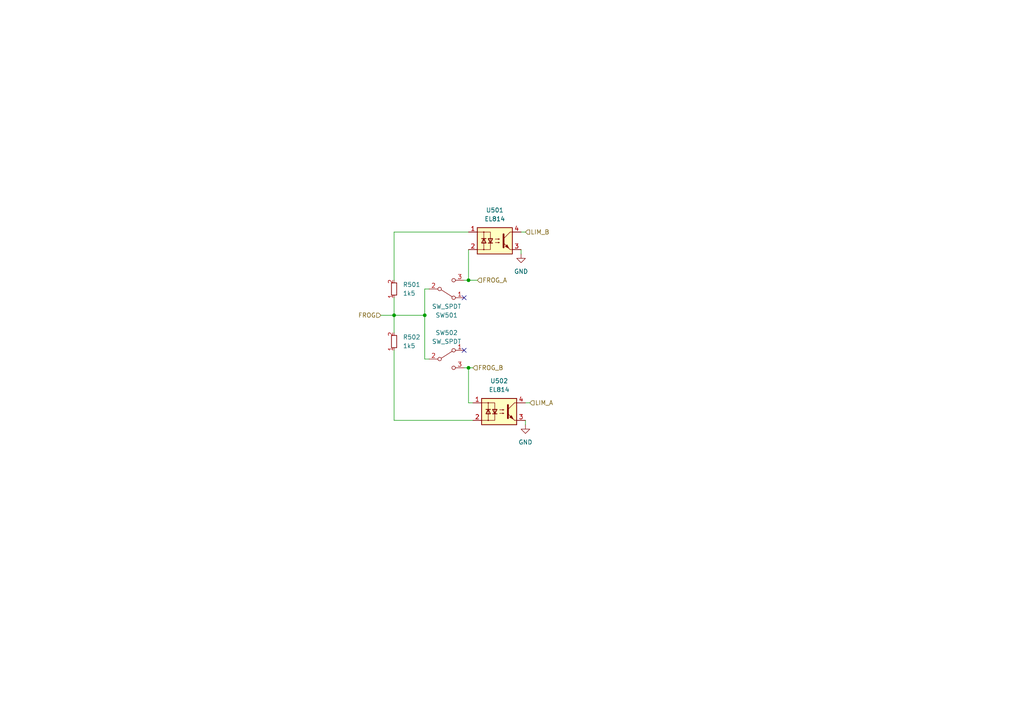
<source format=kicad_sch>
(kicad_sch (version 20230121) (generator eeschema)
  (paper "A4")
  (lib_symbols
    (symbol "Switch:SW_SPDT" (pin_names (offset 0) hide)
      (property "Reference" "SW" (at 0 4.318 0))
      (property "Value" "SW_SPDT" (at 0 -5.08 0))
      (symbol "SW_SPDT_0_0"
        (circle (center -2.032 0) (radius 0.508))
        (circle (center 2.032 -2.54) (radius 0.508))
      )
      (symbol "SW_SPDT_0_1"
        (polyline (pts (xy -1.524 0.254) (xy 1.651 2.286)))
        (circle (center 2.032 2.54) (radius 0.508))
      )
      (symbol "SW_SPDT_1_1"
        (pin passive line (at 5.08 2.54 180) (length 2.54) (name "A") (number "1"))
        (pin passive line (at -5.08 0 0) (length 2.54) (name "B") (number "2"))
        (pin passive line (at 5.08 -2.54 180) (length 2.54) (name "C") (number "3"))
      )
    )
    (symbol "custom_kicad_lib_sk:EL814S" (pin_names (offset 1.016))
      (property "Reference" "U" (at -5.334 4.826 0))
      (property "Value" "EL814" (at 0 5.08 0))
      (symbol "EL814S_0_1"
        (rectangle (start -5.08 3.81) (end 5.08 -3.81) (stroke (width 0.254)) (fill (type background)))
        (circle (center -3.175 -2.54) (radius 0.127))
        (circle (center -3.175 2.54) (radius 0.127))
        (polyline (pts (xy -3.81 0.635) (xy -2.54 0.635)) (stroke (width 0.254)))
        (polyline (pts (xy -3.175 -0.635) (xy -3.175 -2.54)))
        (polyline (pts (xy -3.175 0.635) (xy -3.175 -0.635)))
        (polyline (pts (xy -3.175 0.635) (xy -3.175 2.54)))
        (polyline (pts (xy -1.905 -0.635) (xy -0.635 -0.635)) (stroke (width 0.254)))
        (polyline (pts (xy -1.27 0.635) (xy -1.27 -0.635)))
        (polyline (pts (xy 2.54 0.635) (xy 4.445 2.54)))
        (polyline (pts (xy 4.445 -2.54) (xy 2.54 -0.635)) (fill (type outline)))
        (polyline (pts (xy 4.445 -2.54) (xy 5.08 -2.54)))
        (polyline (pts (xy 4.445 2.54) (xy 5.08 2.54)))
        (polyline (pts (xy -5.08 2.54) (xy -1.27 2.54) (xy -1.27 0.635)))
        (polyline (pts (xy -1.27 -0.635) (xy -1.27 -2.54) (xy -5.08 -2.54)))
        (polyline (pts (xy 2.54 1.905) (xy 2.54 -1.905) (xy 2.54 -1.905)) (stroke (width 0.508)))
        (polyline (pts (xy -3.175 0.635) (xy -3.81 -0.635) (xy -2.54 -0.635) (xy -3.175 0.635)) (stroke (width 0.254)))
        (polyline (pts (xy -1.27 -0.635) (xy -1.905 0.635) (xy -0.635 0.635) (xy -1.27 -0.635)) (stroke (width 0.254)))
        (polyline (pts (xy 0.127 -0.508) (xy 1.397 -0.508) (xy 1.016 -0.635) (xy 1.016 -0.381) (xy 1.397 -0.508)))
        (polyline (pts (xy 0.127 0.508) (xy 1.397 0.508) (xy 1.016 0.381) (xy 1.016 0.635) (xy 1.397 0.508)))
        (polyline (pts (xy 3.048 -1.651) (xy 3.556 -1.143) (xy 4.064 -2.159) (xy 3.048 -1.651) (xy 3.048 -1.651)) (fill (type outline)))
      )
      (symbol "EL814S_1_1"
        (pin passive line (at -7.62 2.54 0) (length 2.54) (name "~") (number "1"))
        (pin passive line (at -7.62 -2.54 0) (length 2.54) (name "~") (number "2"))
        (pin passive line (at 7.62 -2.54 180) (length 2.54) (name "~") (number "3"))
        (pin passive line (at 7.62 2.54 180) (length 2.54) (name "~") (number "4"))
      )
    )
    (symbol "power:GND" (power) (pin_names (offset 0))
      (property "Value" "GND" (at 0 -3.81 0))
      (symbol "GND_0_1"
        (polyline (pts (xy 0 0) (xy 0 -1.27) (xy 1.27 -1.27) (xy 0 -2.54) (xy -1.27 -1.27) (xy 0 -1.27)))
      )
      (symbol "GND_1_1"
        (pin power_in line (at 0 0 270) (length 0) hide (name "GND") (number "1"))
      )
    )
    (symbol "resistors_0603:R_1k5_0603"
      (property "Reference" "R" (at 1.27 2.54 0))
      (property "Value" "1k5" (at 2.54 -2.54 0))
      (symbol "R_1k5_0603_0_1"
        (rectangle (start -0.762 1.778) (end 0.762 -1.778) (stroke (width 0.2032)))
      )
      (symbol "R_1k5_0603_1_1"
        (pin passive line (at 0 2.54 270) (length 0.762) (name "~") (number "1"))
        (pin passive line (at 0 -2.54 90) (length 0.762) (name "~") (number "2"))
      )
    )
  )
  (junction (at 123.19 91.44))
  (junction (at 135.89 106.68))
  (junction (at 135.89 81.28))
  (junction (at 114.3 91.44))
  (no_connect (at 134.62 86.36))
  (no_connect (at 134.62 101.6))
  (wire (pts (xy 152.4 121.92) (xy 152.4 123.19)))
  (wire (pts (xy 124.46 104.14) (xy 123.19 104.14)))
  (wire (pts (xy 135.89 106.68) (xy 135.89 116.84)))
  (wire (pts (xy 114.3 81.28) (xy 114.3 67.31)))
  (wire (pts (xy 134.62 106.68) (xy 135.89 106.68)))
  (wire (pts (xy 114.3 91.44) (xy 123.19 91.44)))
  (wire (pts (xy 114.3 101.6) (xy 114.3 121.92)))
  (wire (pts (xy 114.3 121.92) (xy 137.16 121.92)))
  (wire (pts (xy 135.89 106.68) (xy 137.16 106.68)))
  (wire (pts (xy 123.19 91.44) (xy 123.19 104.14)))
  (wire (pts (xy 135.89 72.39) (xy 135.89 81.28)))
  (wire (pts (xy 135.89 81.28) (xy 138.43 81.28)))
  (wire (pts (xy 137.16 116.84) (xy 135.89 116.84)))
  (wire (pts (xy 152.4 116.84) (xy 153.67 116.84)))
  (wire (pts (xy 134.62 81.28) (xy 135.89 81.28)))
  (wire (pts (xy 151.13 67.31) (xy 152.4 67.31)))
  (wire (pts (xy 110.49 91.44) (xy 114.3 91.44)))
  (wire (pts (xy 114.3 67.31) (xy 135.89 67.31)))
  (wire (pts (xy 151.13 72.39) (xy 151.13 73.66)))
  (wire (pts (xy 123.19 83.82) (xy 123.19 91.44)))
  (wire (pts (xy 114.3 86.36) (xy 114.3 91.44)))
  (wire (pts (xy 114.3 91.44) (xy 114.3 96.52)))
  (wire (pts (xy 123.19 83.82) (xy 124.46 83.82)))
  (hierarchical_label "LIM_A" (shape input) (at 153.67 116.84 0))
  (hierarchical_label "LIM_B" (shape input) (at 152.4 67.31 0))
  (hierarchical_label "FROG" (shape input) (at 110.49 91.44 180))
  (hierarchical_label "FROG_B" (shape input) (at 137.16 106.68 0))
  (hierarchical_label "FROG_A" (shape input) (at 138.43 81.28 0))
  (symbol (lib_id "custom_kicad_lib_sk:EL814S") (at 143.51 69.85 0) (unit 1)
    (property "Reference" "U501" (at 143.51 60.96 0))
    (property "Value" "EL814" (at 143.51 63.5 0))
    (property "Footprint" "Package_DIP:SMDIP-4_W7.62mm" (effects hide))
    (property "Datasheet" "http://www.everlight.com/file/ProductFile/EL814.pdf" (effects hide))
    (property "JLCPCB Part#" "C500388" (effects hide))
  )
  (symbol (lib_id "power:GND") (at 151.13 73.66 0) (unit 1)
    (property "Reference" "#PWR0502" (effects hide))
    (property "Value" "GND" (at 151.13 78.74 0))
  )
  (symbol (lib_id "resistors_0603:R_1k5_0603") (at 114.3 83.82 180) (unit 1)
    (property "Reference" "R501" (at 116.84 82.55 0) (effects (justify right)))
    (property "Value" "1k5" (at 116.84 85.09 0) (effects (justify right)))
    (property "Footprint" "custom_kicad_lib_sk:R_0603_smalltext" (effects hide))
    (property "JLCPCB Part#" "C22843" (effects hide))
  )
  (symbol (lib_id "power:GND") (at 152.4 123.19 0) (unit 1)
    (property "Reference" "#PWR0501" (effects hide))
    (property "Value" "GND" (at 152.4 128.27 0))
  )
  (symbol (lib_id "Switch:SW_SPDT") (at 129.54 104.14 0) (unit 1)
    (property "Reference" "SW502" (at 129.54 96.52 0))
    (property "Value" "SW_SPDT" (at 129.54 99.06 0))
    (property "Footprint" "custom_kicad_lib_sk:microswitch" (effects hide))
  )
  (symbol (lib_id "resistors_0603:R_1k5_0603") (at 114.3 99.06 180) (unit 1)
    (property "Reference" "R502" (at 116.84 97.79 0) (effects (justify right)))
    (property "Value" "1k5" (at 116.84 100.33 0) (effects (justify right)))
    (property "Footprint" "custom_kicad_lib_sk:R_0603_smalltext" (effects hide))
    (property "JLCPCB Part#" "C22843" (effects hide))
  )
  (symbol (lib_id "custom_kicad_lib_sk:EL814S") (at 144.78 119.38 0) (unit 1)
    (property "Reference" "U502" (at 144.78 110.49 0))
    (property "Value" "EL814" (at 144.78 113.03 0))
    (property "Footprint" "Package_DIP:SMDIP-4_W7.62mm" (effects hide))
    (property "Datasheet" "http://www.everlight.com/file/ProductFile/EL814.pdf" (effects hide))
    (property "JLCPCB Part#" "C500388" (effects hide))
  )
  (symbol (lib_id "Switch:SW_SPDT") (at 129.54 83.82 0) (mirror x) (unit 1)
    (property "Reference" "SW501" (at 129.54 91.44 0))
    (property "Value" "SW_SPDT" (at 129.54 88.9 0))
    (property "Footprint" "custom_kicad_lib_sk:microswitch" (effects hide))
  )
)
</source>
